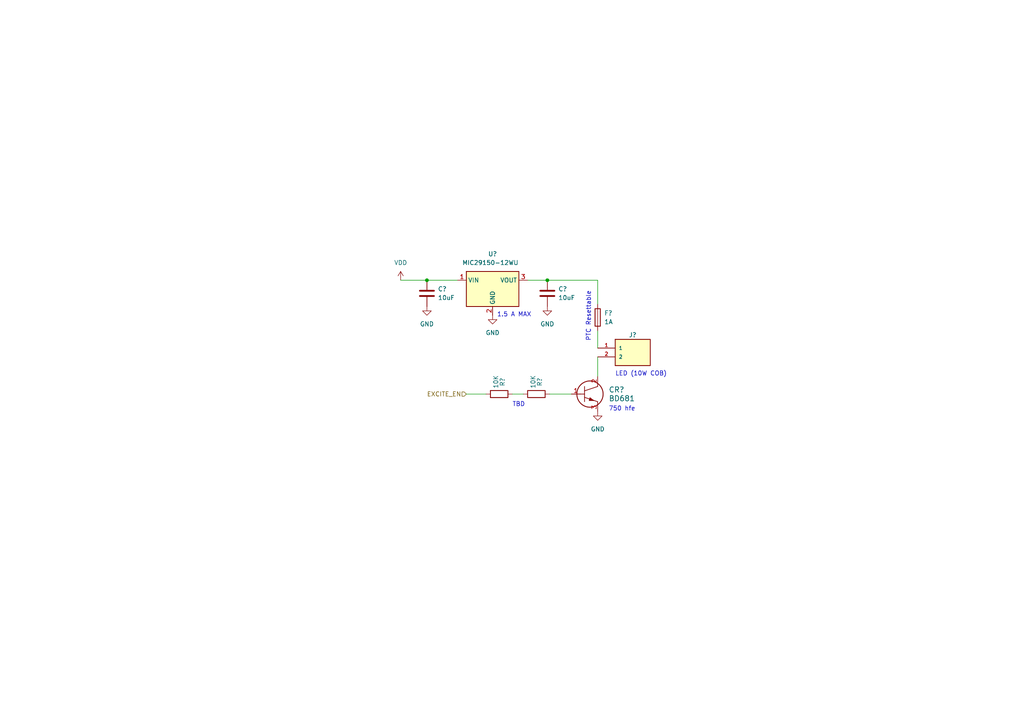
<source format=kicad_sch>
(kicad_sch (version 20230121) (generator eeschema)
  (paper "A4")
  (lib_symbols
    (symbol "Device:C" (pin_numbers hide) (pin_names (offset 0.254))
      (property "Reference" "C" (at 0.635 2.54 0))
      (property "Value" "C" (at 0.635 -2.54 0))
      (symbol "C_0_1"
        (polyline (pts (xy -2.032 -0.762) (xy 2.032 -0.762)) (stroke (width 0.508)))
        (polyline (pts (xy -2.032 0.762) (xy 2.032 0.762)) (stroke (width 0.508)))
      )
      (symbol "C_1_1"
        (pin passive line (at 0 3.81 270) (length 2.794) (name "~") (number "1"))
        (pin passive line (at 0 -3.81 90) (length 2.794) (name "~") (number "2"))
      )
    )
    (symbol "Device:Fuse" (pin_numbers hide) (pin_names (offset 0))
      (property "Reference" "F" (at 2.032 0 90))
      (property "Value" "Fuse" (at -1.905 0 90))
      (symbol "Fuse_0_1"
        (rectangle (start -0.762 -2.54) (end 0.762 2.54) (stroke (width 0.254)))
        (polyline (pts (xy 0 2.54) (xy 0 -2.54)))
      )
      (symbol "Fuse_1_1"
        (pin passive line (at 0 3.81 270) (length 1.27) (name "~") (number "1"))
        (pin passive line (at 0 -3.81 90) (length 1.27) (name "~") (number "2"))
      )
    )
    (symbol "Device:R" (pin_numbers hide) (pin_names (offset 0))
      (property "Reference" "R" (at 2.032 0 90))
      (property "Value" "R" (at 0 0 90))
      (symbol "R_0_1"
        (rectangle (start -1.016 -2.54) (end 1.016 2.54) (stroke (width 0.254)))
      )
      (symbol "R_1_1"
        (pin passive line (at 0 3.81 270) (length 1.27) (name "~") (number "1"))
        (pin passive line (at 0 -3.81 90) (length 1.27) (name "~") (number "2"))
      )
    )
    (symbol "connectors:TBP02R2-381-02BE" (pin_names (offset 1.016))
      (property "Reference" "J" (at -5.58 5.08 0))
      (property "Value" "TBP02R2-381-02BE" (at -5.08 -5.08 0))
      (symbol "TBP02R2-381-02BE_0_0"
        (rectangle (start -5.08 -2.54) (end 5.08 5.08) (stroke (width 0.254)) (fill (type background)))
        (pin passive line (at -10.16 2.54 0) (length 5.08) (name "1") (number "1"))
        (pin passive line (at -10.16 0 0) (length 5.08) (name "2") (number "2"))
      )
    )
    (symbol "ldo:MIC29150-12WU"
      (property "Reference" "U" (at 0 0 0))
      (symbol "MIC29150-12WU_1_1"
        (rectangle (start -6.985 -1.27) (end 8.255 -11.43) (stroke (width 0.254)) (fill (type background)))
        (pin power_in line (at -9.525 -3.81 0) (length 2.54) (name "VIN") (number "1"))
        (pin power_in line (at 0.635 -13.97 90) (length 2.54) (name "GND") (number "2"))
        (pin power_out line (at 10.795 -3.81 180) (length 2.54) (name "VOUT") (number "3"))
      )
    )
    (symbol "power:GND" (power) (pin_names (offset 0))
      (property "Value" "GND" (at 0 -3.81 0))
      (symbol "GND_0_1"
        (polyline (pts (xy 0 0) (xy 0 -1.27) (xy 1.27 -1.27) (xy 0 -2.54) (xy -1.27 -1.27) (xy 0 -1.27)))
      )
      (symbol "GND_1_1"
        (pin power_in line (at 0 0 270) (length 0) hide (name "GND") (number "1"))
      )
    )
    (symbol "power:VDD" (power) (pin_names (offset 0))
      (property "Value" "VDD" (at 0 3.81 0))
      (symbol "VDD_0_1"
        (polyline (pts (xy -0.762 1.27) (xy 0 2.54)))
        (polyline (pts (xy 0 0) (xy 0 2.54)))
        (polyline (pts (xy 0 2.54) (xy 0.762 1.27)))
      )
      (symbol "VDD_1_1"
        (pin power_in line (at 0 0 90) (length 0) hide (name "VDD") (number "1"))
      )
    )
    (symbol "transistors:BD681" (pin_names (offset 0.254))
      (property "Reference" "CR" (at 10.16 2.54 0))
      (property "Value" "BD681" (at 10.16 -2.54 0))
      (symbol "BD681_0_1"
        (polyline (pts (xy 2.54 0) (xy 3.81 0)) (stroke (width 0.2032)))
        (polyline (pts (xy 3.81 -2.2098) (xy 3.81 2.2098)) (stroke (width 0.2032)))
        (polyline (pts (xy 3.81 -0.9398) (xy 7.62 -2.2098)) (stroke (width 0.2032)))
        (polyline (pts (xy 3.81 0.9398) (xy 7.62 2.2098)) (stroke (width 0.2032)))
        (polyline (pts (xy 7.62 -2.54) (xy 7.62 -2.2098)) (stroke (width 0.2032)))
        (polyline (pts (xy 7.62 2.2098) (xy 7.62 2.54)) (stroke (width 0.2032)))
        (polyline (pts (xy 5.3848 -0.9398) (xy 5.08 -1.905) (xy 6.6548 -1.905)) (stroke (width 0.0254)) (fill (type outline)))
        (circle (center 5.3848 0) (radius 3.81) (stroke (width 0.254)))
      )
      (symbol "BD681_1_1"
        (pin input line (at 0 0 0) (length 2.54) (name "") (number "1"))
        (pin input line (at 7.62 5.08 270) (length 2.54) (name "") (number "2"))
        (pin output line (at 7.62 -5.08 90) (length 2.54) (name "") (number "3"))
      )
    )
  )
  (junction (at 158.75 81.28))
  (junction (at 123.825 81.28))
  (wire (pts (xy 173.355 81.28) (xy 173.355 88.265)))
  (wire (pts (xy 153.035 81.28) (xy 158.75 81.28)))
  (wire (pts (xy 159.385 114.3) (xy 165.735 114.3)))
  (wire (pts (xy 123.825 81.28) (xy 132.715 81.28)))
  (wire (pts (xy 116.205 81.28) (xy 123.825 81.28)))
  (wire (pts (xy 173.355 95.885) (xy 173.355 100.965)))
  (wire (pts (xy 173.355 103.505) (xy 173.355 109.22)))
  (wire (pts (xy 158.75 81.28) (xy 173.355 81.28)))
  (wire (pts (xy 148.59 114.3) (xy 151.765 114.3)))
  (wire (pts (xy 140.97 114.3) (xy 135.255 114.3)))
  (text "TBD" (at 148.59 118.11 0) (effects (font (size 1.27 1.27)) (justify left bottom)))
  (text "750 hfe" (at 176.53 119.38 0) (effects (font (size 1.27 1.27)) (justify left bottom)))
  (text "LED (10W COB)" (at 178.435 109.22 0) (effects (font (size 1.27 1.27)) (justify left bottom)))
  (text "1.5 A MAX" (at 144.145 92.075 0) (effects (font (size 1.27 1.27)) (justify left bottom)))
  (text "PTC Resettable" (at 171.45 99.06 90) (effects (font (size 1.27 1.27)) (justify left bottom)))
  (hierarchical_label "EXCITE_EN" (shape input) (at 135.255 114.3 180))
  (symbol (lib_id "power:GND") (at 158.75 88.9 0) (unit 1)
    (property "Reference" "#PWR047" (effects hide))
    (property "Value" "GND" (at 158.75 93.98 0))
  )
  (symbol (lib_id "power:GND") (at 173.355 119.38 0) (unit 1)
    (property "Reference" "#PWR085" (effects hide))
    (property "Value" "GND" (at 173.355 124.46 0))
  )
  (symbol (lib_id "power:GND") (at 142.875 91.44 0) (unit 1)
    (property "Reference" "#PWR03" (effects hide))
    (property "Value" "GND" (at 142.875 96.52 0))
  )
  (symbol (lib_id "connectors:TBP02R2-381-02BE") (at 183.515 103.505 0) (unit 1)
    (property "Reference" "J?" (at 183.515 97.155 0))
    (property "Value" "TBP02R2-381-02BE" (effects hide))
    (property "Footprint" "connectors:TBP02R2-381-02BE" (effects hide))
    (property "MF" "CUI Devices" (effects hide))
    (property "Description" "2~24 Poles, Pluggable, Receptacle, Vertical, 3.81 Pitch, Terminal Block Connector" (effects hide))
    (property "Package" "None" (effects hide))
    (property "Price" "None" (effects hide))
    (property "Check_prices" "https://www.snapeda.com/parts/TBP02R2-381-02BE/CUI+Devices/view-part/?ref=eda" (effects hide))
    (property "STANDARD" "Manufacturer Recommendations" (effects hide))
    (property "SnapEDA_Link" "https://www.snapeda.com/parts/TBP02R2-381-02BE/CUI+Devices/view-part/?ref=snap" (effects hide))
    (property "MP" "TBP02R2-381-02BE" (effects hide))
    (property "Purchase-URL" "https://pricing.snapeda.com/search?q=TBP02R2-381-02BE&ref=eda" (effects hide))
    (property "CUI_purchase_URL" "https://www.cuidevices.com/product/interconnect/connectors/terminal-blocks/tbp02r2-381-series?utm_source=snapeda.com&utm_medium=referral&utm_campaign=snapedaBOM" (effects hide))
    (property "Availability" "In Stock" (effects hide))
    (property "MANUFACTURER" "CUI" (effects hide))
    (instances (project "phenobottle" (path "" (reference "J?") (unit 1)) (path "" (reference "J?") (unit 1)) (path "" (reference "J?") (unit 1))) (project "u-nit" (path "" (reference "J1") (unit 1))))
  )
  (symbol (lib_id "Device:R") (at 155.575 114.3 90) (unit 1)
    (property "Reference" "R?" (at 156.5275 112.0775 0) (effects (justify left)))
    (property "Value" "10K" (at 154.6225 112.7125 0) (effects (justify left)))
    (property "Footprint" "Resistor_SMD:R_0805_2012Metric" (effects hide))
    (instances (project "phenobottle" (path "" (reference "R?") (unit 1)) (path "" (reference "R?") (unit 1)) (path "" (reference "R?") (unit 1))) (project "u-nit" (path "" (reference "R5") (unit 1))) (project "blackbox" (path "" (reference "R1") (unit 1))))
  )
  (symbol (lib_id "transistors:BD681") (at 165.735 114.3 0) (unit 1)
    (property "Reference" "CR?" (at 176.53 113.03 0) (effects (font (size 1.524 1.524)) (justify left)))
    (property "Value" "BD681" (at 176.53 115.57 0) (effects (font (size 1.524 1.524)) (justify left)))
    (property "Footprint" "transistors:BD681" (effects hide))
    (property "Datasheet" "BD681" (effects hide))
  )
  (symbol (lib_id "Device:R") (at 144.78 114.3 90) (unit 1)
    (property "Reference" "R?" (at 145.7325 112.0775 0) (effects (justify left)))
    (property "Value" "10K" (at 143.8275 112.7125 0) (effects (justify left)))
    (property "Footprint" "Resistor_SMD:R_0805_2012Metric" (effects hide))
    (instances (project "phenobottle" (path "" (reference "R?") (unit 1)) (path "" (reference "R?") (unit 1)) (path "" (reference "R?") (unit 1))) (project "u-nit" (path "" (reference "R5") (unit 1))) (project "blackbox" (path "" (reference "R1") (unit 1))))
  )
  (symbol (lib_id "power:GND") (at 123.825 88.9 0) (unit 1)
    (property "Reference" "#PWR057" (effects hide))
    (property "Value" "GND" (at 123.825 93.98 0))
  )
  (symbol (lib_id "Device:C") (at 158.75 85.09 0) (unit 1)
    (property "Reference" "C?" (at 161.925 83.82 0) (effects (justify left)))
    (property "Value" "10uF" (at 161.925 86.36 0) (effects (justify left)))
    (property "Footprint" "Capacitor_Tantalum_SMD:CP_EIA-7343-15_Kemet-W" (effects hide))
    (property "Part" "TAJD106K050RNJ" (effects hide))
    (instances (project "phenobottle" (path "" (reference "C?") (unit 1)) (path "" (reference "C?") (unit 1))) (project "u-nit" (path "" (reference "C2") (unit 1))) (project "blackbox" (path "" (reference "C4") (unit 1))))
  )
  (symbol (lib_id "ldo:MIC29150-12WU") (at 142.24 77.47 0) (unit 1)
    (property "Reference" "U?" (at 142.875 73.66 0))
    (property "Value" "MIC29150-12WU" (at 142.24 76.2 0))
    (property "Footprint" "ldo:MIC29150-12WU" (effects hide))
  )
  (symbol (lib_id "power:VDD") (at 116.205 81.28 0) (unit 1)
    (property "Reference" "#PWR046" (effects hide))
    (property "Value" "VDD" (at 116.205 76.2 0))
  )
  (symbol (lib_id "Device:Fuse") (at 173.355 92.075 0) (unit 1)
    (property "Reference" "F?" (at 175.26 90.805 0) (effects (justify left)))
    (property "Value" "1A" (at 175.26 93.345 0) (effects (justify left)))
    (property "Footprint" "fuses:0ZCF0100AF2A" (effects hide))
    (property "Part" "0ZCF0100AF2A" (effects hide))
  )
  (symbol (lib_id "Device:C") (at 123.825 85.09 0) (unit 1)
    (property "Reference" "C?" (at 127 83.82 0) (effects (justify left)))
    (property "Value" "10uF" (at 127 86.36 0) (effects (justify left)))
    (property "Footprint" "Capacitor_Tantalum_SMD:CP_EIA-7343-15_Kemet-W" (effects hide))
    (property "Part" "TAJD106K050RNJ" (effects hide))
    (instances (project "phenobottle" (path "" (reference "C?") (unit 1)) (path "" (reference "C?") (unit 1))) (project "u-nit" (path "" (reference "C2") (unit 1))) (project "blackbox" (path "" (reference "C4") (unit 1))))
  )
)
</source>
